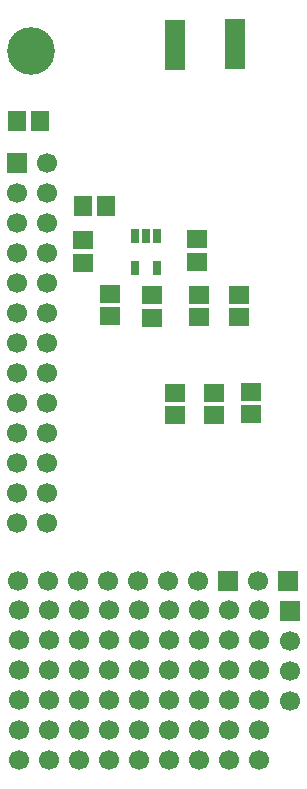
<source format=gbr>
G04 DipTrace 3.0.0.2*
G04 BottomMask.gbr*
%MOMM*%
G04 #@! TF.FileFunction,Soldermask,Bot*
G04 #@! TF.Part,Single*
%ADD37C,4.05*%
%ADD42R,0.8X1.3*%
%ADD52C,1.7*%
%ADD54C,1.7*%
%ADD56R,1.7X1.7*%
%ADD58R,1.5X1.7*%
%ADD60R,1.7X1.5*%
%ADD68R,1.72X4.26*%
%FSLAX35Y35*%
G04*
G71*
G90*
G75*
G01*
G04 BotMask*
%LPD*%
D68*
X1522000Y6248000D3*
X2031000Y6253000D3*
D60*
X2062000Y4130000D3*
Y3940000D3*
X972000Y4140000D3*
Y3950000D3*
D58*
X187000Y5599000D3*
X377000D3*
X746000Y4881000D3*
X936000D3*
D60*
X1722000Y4130000D3*
Y3940000D3*
X1332000Y4126000D3*
Y3936000D3*
D37*
X306000Y6198000D3*
D56*
X1975000Y1705000D3*
D54*
X1721000D3*
X1467000D3*
X1213000D3*
X959000D3*
X705000D3*
X451000D3*
X197000D3*
D56*
X2477000D3*
D54*
X2223000D3*
D56*
X2493000Y1455000D3*
D54*
Y1201000D3*
Y947000D3*
Y693000D3*
D52*
X200000Y1206000D3*
X454000D3*
X708000D3*
X962000D3*
X1216000D3*
X1470000D3*
X1724000D3*
X200000Y952000D3*
X454000D3*
X708000D3*
X962000D3*
X1216000D3*
X1470000D3*
X1724000D3*
Y698000D3*
X1470000D3*
X1216000D3*
X962000D3*
X708000D3*
X454000D3*
X200000D3*
Y444000D3*
X454000D3*
X708000D3*
X962000D3*
X1216000D3*
X1470000D3*
X1724000D3*
Y190000D3*
X1470000D3*
X1216000D3*
X962000D3*
X708000D3*
X454000D3*
X200000D3*
Y1460000D3*
X454000D3*
X708000D3*
X962000D3*
X1216000D3*
X1470000D3*
X1724000D3*
X1978000Y1206000D3*
X2232000D3*
X1978000Y952000D3*
X2232000D3*
Y698000D3*
X1978000D3*
Y444000D3*
X2232000D3*
Y190000D3*
X1978000D3*
Y1460000D3*
X2232000D3*
D60*
X2170000Y3310000D3*
Y3120000D3*
X742000Y4590000D3*
Y4400000D3*
X1520000Y3300000D3*
Y3110000D3*
X1850000Y3300000D3*
Y3110000D3*
X1712000Y4410000D3*
Y4600000D3*
D56*
X188000Y5244000D3*
D54*
X442000D3*
X188000Y4990000D3*
X442000D3*
X188000Y4736000D3*
X442000D3*
X188000Y4482000D3*
X442000D3*
X188000Y4228000D3*
X442000D3*
X188000Y3974000D3*
X442000D3*
X188000Y3720000D3*
X442000D3*
X188000Y3466000D3*
X442000D3*
X188000Y3212000D3*
X442000D3*
X188000Y2958000D3*
X442000D3*
X188000Y2704000D3*
X442000D3*
X188000Y2450000D3*
X442000D3*
X188000Y2196000D3*
X442000D3*
D42*
X1184000Y4624000D3*
X1279000D3*
X1374000D3*
Y4354000D3*
X1184000D3*
M02*

</source>
